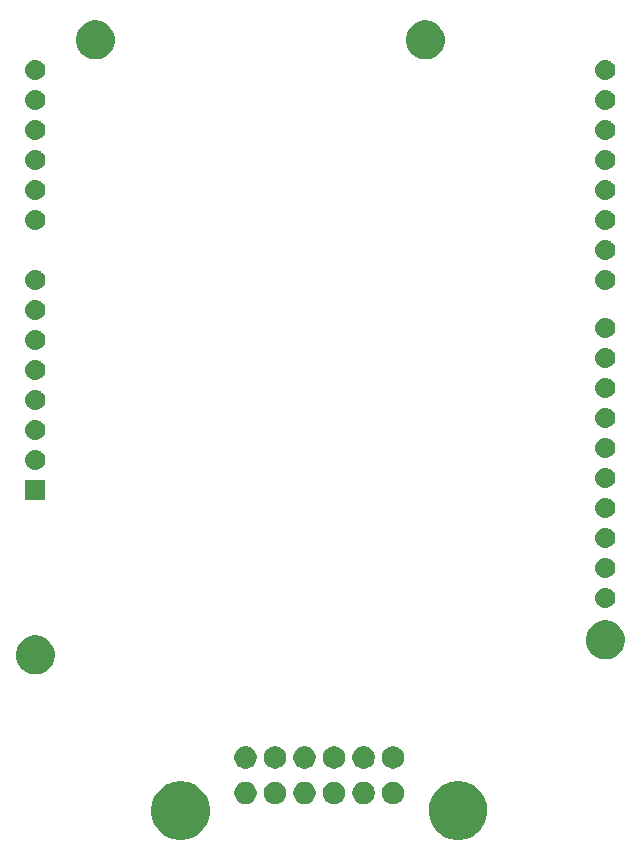
<source format=gbr>
G04 #@! TF.GenerationSoftware,KiCad,Pcbnew,(5.1.2)-2*
G04 #@! TF.CreationDate,2020-03-09T10:51:38+01:00*
G04 #@! TF.ProjectId,Extension_PCB,45787465-6e73-4696-9f6e-5f5043422e6b,rev?*
G04 #@! TF.SameCoordinates,Original*
G04 #@! TF.FileFunction,Soldermask,Bot*
G04 #@! TF.FilePolarity,Negative*
%FSLAX46Y46*%
G04 Gerber Fmt 4.6, Leading zero omitted, Abs format (unit mm)*
G04 Created by KiCad (PCBNEW (5.1.2)-2) date 2020-03-09 10:51:38*
%MOMM*%
%LPD*%
G04 APERTURE LIST*
%ADD10C,0.100000*%
G04 APERTURE END LIST*
D10*
G36*
X184983623Y-137549000D02*
G01*
X185275869Y-137607131D01*
X185396830Y-137657235D01*
X185648089Y-137761310D01*
X185728747Y-137794720D01*
X185831332Y-137863265D01*
X186136326Y-138067055D01*
X186482945Y-138413674D01*
X186603212Y-138593667D01*
X186755280Y-138821253D01*
X186942869Y-139274131D01*
X186970781Y-139414454D01*
X187038500Y-139754903D01*
X187038500Y-140245097D01*
X186942869Y-140725868D01*
X186755281Y-141178745D01*
X186482945Y-141586326D01*
X186136326Y-141932945D01*
X185831332Y-142136734D01*
X185728747Y-142205280D01*
X185275869Y-142392869D01*
X185035482Y-142440685D01*
X184795097Y-142488500D01*
X184304903Y-142488500D01*
X184064518Y-142440685D01*
X183824131Y-142392869D01*
X183371253Y-142205280D01*
X183268668Y-142136735D01*
X182963674Y-141932945D01*
X182617055Y-141586326D01*
X182344719Y-141178745D01*
X182157131Y-140725868D01*
X182061500Y-140245097D01*
X182061500Y-139754903D01*
X182129219Y-139414454D01*
X182157131Y-139274131D01*
X182344720Y-138821253D01*
X182496788Y-138593667D01*
X182617055Y-138413674D01*
X182963674Y-138067055D01*
X183268668Y-137863265D01*
X183371253Y-137794720D01*
X183451912Y-137761310D01*
X183703170Y-137657235D01*
X183824131Y-137607131D01*
X184116377Y-137549000D01*
X184304903Y-137511500D01*
X184795097Y-137511500D01*
X184983623Y-137549000D01*
X184983623Y-137549000D01*
G37*
G36*
X161483623Y-137549000D02*
G01*
X161775869Y-137607131D01*
X161896830Y-137657235D01*
X162148089Y-137761310D01*
X162228747Y-137794720D01*
X162331332Y-137863265D01*
X162636326Y-138067055D01*
X162982945Y-138413674D01*
X163103212Y-138593667D01*
X163255280Y-138821253D01*
X163442869Y-139274131D01*
X163470781Y-139414454D01*
X163538500Y-139754903D01*
X163538500Y-140245097D01*
X163442869Y-140725868D01*
X163255281Y-141178745D01*
X162982945Y-141586326D01*
X162636326Y-141932945D01*
X162331332Y-142136734D01*
X162228747Y-142205280D01*
X161775869Y-142392869D01*
X161535482Y-142440685D01*
X161295097Y-142488500D01*
X160804903Y-142488500D01*
X160564518Y-142440685D01*
X160324131Y-142392869D01*
X159871253Y-142205280D01*
X159768668Y-142136735D01*
X159463674Y-141932945D01*
X159117055Y-141586326D01*
X158844719Y-141178745D01*
X158657131Y-140725868D01*
X158561500Y-140245097D01*
X158561500Y-139754903D01*
X158629219Y-139414454D01*
X158657131Y-139274131D01*
X158844720Y-138821253D01*
X158996788Y-138593667D01*
X159117055Y-138413674D01*
X159463674Y-138067055D01*
X159768668Y-137863265D01*
X159871253Y-137794720D01*
X159951912Y-137761310D01*
X160203170Y-137657235D01*
X160324131Y-137607131D01*
X160616377Y-137549000D01*
X160804903Y-137511500D01*
X161295097Y-137511500D01*
X161483623Y-137549000D01*
X161483623Y-137549000D01*
G37*
G36*
X179327395Y-137585546D02*
G01*
X179500466Y-137657234D01*
X179500467Y-137657235D01*
X179656227Y-137761310D01*
X179788690Y-137893773D01*
X179788691Y-137893775D01*
X179892766Y-138049534D01*
X179964454Y-138222605D01*
X180001000Y-138406333D01*
X180001000Y-138593667D01*
X179964454Y-138777395D01*
X179892766Y-138950466D01*
X179892765Y-138950467D01*
X179788690Y-139106227D01*
X179656227Y-139238690D01*
X179603184Y-139274132D01*
X179500466Y-139342766D01*
X179327395Y-139414454D01*
X179143667Y-139451000D01*
X178956333Y-139451000D01*
X178772605Y-139414454D01*
X178599534Y-139342766D01*
X178496816Y-139274132D01*
X178443773Y-139238690D01*
X178311310Y-139106227D01*
X178207235Y-138950467D01*
X178207234Y-138950466D01*
X178135546Y-138777395D01*
X178099000Y-138593667D01*
X178099000Y-138406333D01*
X178135546Y-138222605D01*
X178207234Y-138049534D01*
X178311309Y-137893775D01*
X178311310Y-137893773D01*
X178443773Y-137761310D01*
X178599533Y-137657235D01*
X178599534Y-137657234D01*
X178772605Y-137585546D01*
X178956333Y-137549000D01*
X179143667Y-137549000D01*
X179327395Y-137585546D01*
X179327395Y-137585546D01*
G37*
G36*
X176827395Y-137585546D02*
G01*
X177000466Y-137657234D01*
X177000467Y-137657235D01*
X177156227Y-137761310D01*
X177288690Y-137893773D01*
X177288691Y-137893775D01*
X177392766Y-138049534D01*
X177464454Y-138222605D01*
X177501000Y-138406333D01*
X177501000Y-138593667D01*
X177464454Y-138777395D01*
X177392766Y-138950466D01*
X177392765Y-138950467D01*
X177288690Y-139106227D01*
X177156227Y-139238690D01*
X177103184Y-139274132D01*
X177000466Y-139342766D01*
X176827395Y-139414454D01*
X176643667Y-139451000D01*
X176456333Y-139451000D01*
X176272605Y-139414454D01*
X176099534Y-139342766D01*
X175996816Y-139274132D01*
X175943773Y-139238690D01*
X175811310Y-139106227D01*
X175707235Y-138950467D01*
X175707234Y-138950466D01*
X175635546Y-138777395D01*
X175599000Y-138593667D01*
X175599000Y-138406333D01*
X175635546Y-138222605D01*
X175707234Y-138049534D01*
X175811309Y-137893775D01*
X175811310Y-137893773D01*
X175943773Y-137761310D01*
X176099533Y-137657235D01*
X176099534Y-137657234D01*
X176272605Y-137585546D01*
X176456333Y-137549000D01*
X176643667Y-137549000D01*
X176827395Y-137585546D01*
X176827395Y-137585546D01*
G37*
G36*
X174327395Y-137585546D02*
G01*
X174500466Y-137657234D01*
X174500467Y-137657235D01*
X174656227Y-137761310D01*
X174788690Y-137893773D01*
X174788691Y-137893775D01*
X174892766Y-138049534D01*
X174964454Y-138222605D01*
X175001000Y-138406333D01*
X175001000Y-138593667D01*
X174964454Y-138777395D01*
X174892766Y-138950466D01*
X174892765Y-138950467D01*
X174788690Y-139106227D01*
X174656227Y-139238690D01*
X174603184Y-139274132D01*
X174500466Y-139342766D01*
X174327395Y-139414454D01*
X174143667Y-139451000D01*
X173956333Y-139451000D01*
X173772605Y-139414454D01*
X173599534Y-139342766D01*
X173496816Y-139274132D01*
X173443773Y-139238690D01*
X173311310Y-139106227D01*
X173207235Y-138950467D01*
X173207234Y-138950466D01*
X173135546Y-138777395D01*
X173099000Y-138593667D01*
X173099000Y-138406333D01*
X173135546Y-138222605D01*
X173207234Y-138049534D01*
X173311309Y-137893775D01*
X173311310Y-137893773D01*
X173443773Y-137761310D01*
X173599533Y-137657235D01*
X173599534Y-137657234D01*
X173772605Y-137585546D01*
X173956333Y-137549000D01*
X174143667Y-137549000D01*
X174327395Y-137585546D01*
X174327395Y-137585546D01*
G37*
G36*
X169327395Y-137585546D02*
G01*
X169500466Y-137657234D01*
X169500467Y-137657235D01*
X169656227Y-137761310D01*
X169788690Y-137893773D01*
X169788691Y-137893775D01*
X169892766Y-138049534D01*
X169964454Y-138222605D01*
X170001000Y-138406333D01*
X170001000Y-138593667D01*
X169964454Y-138777395D01*
X169892766Y-138950466D01*
X169892765Y-138950467D01*
X169788690Y-139106227D01*
X169656227Y-139238690D01*
X169603184Y-139274132D01*
X169500466Y-139342766D01*
X169327395Y-139414454D01*
X169143667Y-139451000D01*
X168956333Y-139451000D01*
X168772605Y-139414454D01*
X168599534Y-139342766D01*
X168496816Y-139274132D01*
X168443773Y-139238690D01*
X168311310Y-139106227D01*
X168207235Y-138950467D01*
X168207234Y-138950466D01*
X168135546Y-138777395D01*
X168099000Y-138593667D01*
X168099000Y-138406333D01*
X168135546Y-138222605D01*
X168207234Y-138049534D01*
X168311309Y-137893775D01*
X168311310Y-137893773D01*
X168443773Y-137761310D01*
X168599533Y-137657235D01*
X168599534Y-137657234D01*
X168772605Y-137585546D01*
X168956333Y-137549000D01*
X169143667Y-137549000D01*
X169327395Y-137585546D01*
X169327395Y-137585546D01*
G37*
G36*
X166827395Y-137585546D02*
G01*
X167000466Y-137657234D01*
X167000467Y-137657235D01*
X167156227Y-137761310D01*
X167288690Y-137893773D01*
X167288691Y-137893775D01*
X167392766Y-138049534D01*
X167464454Y-138222605D01*
X167501000Y-138406333D01*
X167501000Y-138593667D01*
X167464454Y-138777395D01*
X167392766Y-138950466D01*
X167392765Y-138950467D01*
X167288690Y-139106227D01*
X167156227Y-139238690D01*
X167103184Y-139274132D01*
X167000466Y-139342766D01*
X166827395Y-139414454D01*
X166643667Y-139451000D01*
X166456333Y-139451000D01*
X166272605Y-139414454D01*
X166099534Y-139342766D01*
X165996816Y-139274132D01*
X165943773Y-139238690D01*
X165811310Y-139106227D01*
X165707235Y-138950467D01*
X165707234Y-138950466D01*
X165635546Y-138777395D01*
X165599000Y-138593667D01*
X165599000Y-138406333D01*
X165635546Y-138222605D01*
X165707234Y-138049534D01*
X165811309Y-137893775D01*
X165811310Y-137893773D01*
X165943773Y-137761310D01*
X166099533Y-137657235D01*
X166099534Y-137657234D01*
X166272605Y-137585546D01*
X166456333Y-137549000D01*
X166643667Y-137549000D01*
X166827395Y-137585546D01*
X166827395Y-137585546D01*
G37*
G36*
X171827395Y-137585546D02*
G01*
X172000466Y-137657234D01*
X172000467Y-137657235D01*
X172156227Y-137761310D01*
X172288690Y-137893773D01*
X172288691Y-137893775D01*
X172392766Y-138049534D01*
X172464454Y-138222605D01*
X172501000Y-138406333D01*
X172501000Y-138593667D01*
X172464454Y-138777395D01*
X172392766Y-138950466D01*
X172392765Y-138950467D01*
X172288690Y-139106227D01*
X172156227Y-139238690D01*
X172103184Y-139274132D01*
X172000466Y-139342766D01*
X171827395Y-139414454D01*
X171643667Y-139451000D01*
X171456333Y-139451000D01*
X171272605Y-139414454D01*
X171099534Y-139342766D01*
X170996816Y-139274132D01*
X170943773Y-139238690D01*
X170811310Y-139106227D01*
X170707235Y-138950467D01*
X170707234Y-138950466D01*
X170635546Y-138777395D01*
X170599000Y-138593667D01*
X170599000Y-138406333D01*
X170635546Y-138222605D01*
X170707234Y-138049534D01*
X170811309Y-137893775D01*
X170811310Y-137893773D01*
X170943773Y-137761310D01*
X171099533Y-137657235D01*
X171099534Y-137657234D01*
X171272605Y-137585546D01*
X171456333Y-137549000D01*
X171643667Y-137549000D01*
X171827395Y-137585546D01*
X171827395Y-137585546D01*
G37*
G36*
X166827395Y-134585546D02*
G01*
X167000466Y-134657234D01*
X167000467Y-134657235D01*
X167156227Y-134761310D01*
X167288690Y-134893773D01*
X167288691Y-134893775D01*
X167392766Y-135049534D01*
X167464454Y-135222605D01*
X167501000Y-135406333D01*
X167501000Y-135593667D01*
X167464454Y-135777395D01*
X167392766Y-135950466D01*
X167392765Y-135950467D01*
X167288690Y-136106227D01*
X167156227Y-136238690D01*
X167077818Y-136291081D01*
X167000466Y-136342766D01*
X166827395Y-136414454D01*
X166643667Y-136451000D01*
X166456333Y-136451000D01*
X166272605Y-136414454D01*
X166099534Y-136342766D01*
X166022182Y-136291081D01*
X165943773Y-136238690D01*
X165811310Y-136106227D01*
X165707235Y-135950467D01*
X165707234Y-135950466D01*
X165635546Y-135777395D01*
X165599000Y-135593667D01*
X165599000Y-135406333D01*
X165635546Y-135222605D01*
X165707234Y-135049534D01*
X165811309Y-134893775D01*
X165811310Y-134893773D01*
X165943773Y-134761310D01*
X166099533Y-134657235D01*
X166099534Y-134657234D01*
X166272605Y-134585546D01*
X166456333Y-134549000D01*
X166643667Y-134549000D01*
X166827395Y-134585546D01*
X166827395Y-134585546D01*
G37*
G36*
X169327395Y-134585546D02*
G01*
X169500466Y-134657234D01*
X169500467Y-134657235D01*
X169656227Y-134761310D01*
X169788690Y-134893773D01*
X169788691Y-134893775D01*
X169892766Y-135049534D01*
X169964454Y-135222605D01*
X170001000Y-135406333D01*
X170001000Y-135593667D01*
X169964454Y-135777395D01*
X169892766Y-135950466D01*
X169892765Y-135950467D01*
X169788690Y-136106227D01*
X169656227Y-136238690D01*
X169577818Y-136291081D01*
X169500466Y-136342766D01*
X169327395Y-136414454D01*
X169143667Y-136451000D01*
X168956333Y-136451000D01*
X168772605Y-136414454D01*
X168599534Y-136342766D01*
X168522182Y-136291081D01*
X168443773Y-136238690D01*
X168311310Y-136106227D01*
X168207235Y-135950467D01*
X168207234Y-135950466D01*
X168135546Y-135777395D01*
X168099000Y-135593667D01*
X168099000Y-135406333D01*
X168135546Y-135222605D01*
X168207234Y-135049534D01*
X168311309Y-134893775D01*
X168311310Y-134893773D01*
X168443773Y-134761310D01*
X168599533Y-134657235D01*
X168599534Y-134657234D01*
X168772605Y-134585546D01*
X168956333Y-134549000D01*
X169143667Y-134549000D01*
X169327395Y-134585546D01*
X169327395Y-134585546D01*
G37*
G36*
X171827395Y-134585546D02*
G01*
X172000466Y-134657234D01*
X172000467Y-134657235D01*
X172156227Y-134761310D01*
X172288690Y-134893773D01*
X172288691Y-134893775D01*
X172392766Y-135049534D01*
X172464454Y-135222605D01*
X172501000Y-135406333D01*
X172501000Y-135593667D01*
X172464454Y-135777395D01*
X172392766Y-135950466D01*
X172392765Y-135950467D01*
X172288690Y-136106227D01*
X172156227Y-136238690D01*
X172077818Y-136291081D01*
X172000466Y-136342766D01*
X171827395Y-136414454D01*
X171643667Y-136451000D01*
X171456333Y-136451000D01*
X171272605Y-136414454D01*
X171099534Y-136342766D01*
X171022182Y-136291081D01*
X170943773Y-136238690D01*
X170811310Y-136106227D01*
X170707235Y-135950467D01*
X170707234Y-135950466D01*
X170635546Y-135777395D01*
X170599000Y-135593667D01*
X170599000Y-135406333D01*
X170635546Y-135222605D01*
X170707234Y-135049534D01*
X170811309Y-134893775D01*
X170811310Y-134893773D01*
X170943773Y-134761310D01*
X171099533Y-134657235D01*
X171099534Y-134657234D01*
X171272605Y-134585546D01*
X171456333Y-134549000D01*
X171643667Y-134549000D01*
X171827395Y-134585546D01*
X171827395Y-134585546D01*
G37*
G36*
X174327395Y-134585546D02*
G01*
X174500466Y-134657234D01*
X174500467Y-134657235D01*
X174656227Y-134761310D01*
X174788690Y-134893773D01*
X174788691Y-134893775D01*
X174892766Y-135049534D01*
X174964454Y-135222605D01*
X175001000Y-135406333D01*
X175001000Y-135593667D01*
X174964454Y-135777395D01*
X174892766Y-135950466D01*
X174892765Y-135950467D01*
X174788690Y-136106227D01*
X174656227Y-136238690D01*
X174577818Y-136291081D01*
X174500466Y-136342766D01*
X174327395Y-136414454D01*
X174143667Y-136451000D01*
X173956333Y-136451000D01*
X173772605Y-136414454D01*
X173599534Y-136342766D01*
X173522182Y-136291081D01*
X173443773Y-136238690D01*
X173311310Y-136106227D01*
X173207235Y-135950467D01*
X173207234Y-135950466D01*
X173135546Y-135777395D01*
X173099000Y-135593667D01*
X173099000Y-135406333D01*
X173135546Y-135222605D01*
X173207234Y-135049534D01*
X173311309Y-134893775D01*
X173311310Y-134893773D01*
X173443773Y-134761310D01*
X173599533Y-134657235D01*
X173599534Y-134657234D01*
X173772605Y-134585546D01*
X173956333Y-134549000D01*
X174143667Y-134549000D01*
X174327395Y-134585546D01*
X174327395Y-134585546D01*
G37*
G36*
X176827395Y-134585546D02*
G01*
X177000466Y-134657234D01*
X177000467Y-134657235D01*
X177156227Y-134761310D01*
X177288690Y-134893773D01*
X177288691Y-134893775D01*
X177392766Y-135049534D01*
X177464454Y-135222605D01*
X177501000Y-135406333D01*
X177501000Y-135593667D01*
X177464454Y-135777395D01*
X177392766Y-135950466D01*
X177392765Y-135950467D01*
X177288690Y-136106227D01*
X177156227Y-136238690D01*
X177077818Y-136291081D01*
X177000466Y-136342766D01*
X176827395Y-136414454D01*
X176643667Y-136451000D01*
X176456333Y-136451000D01*
X176272605Y-136414454D01*
X176099534Y-136342766D01*
X176022182Y-136291081D01*
X175943773Y-136238690D01*
X175811310Y-136106227D01*
X175707235Y-135950467D01*
X175707234Y-135950466D01*
X175635546Y-135777395D01*
X175599000Y-135593667D01*
X175599000Y-135406333D01*
X175635546Y-135222605D01*
X175707234Y-135049534D01*
X175811309Y-134893775D01*
X175811310Y-134893773D01*
X175943773Y-134761310D01*
X176099533Y-134657235D01*
X176099534Y-134657234D01*
X176272605Y-134585546D01*
X176456333Y-134549000D01*
X176643667Y-134549000D01*
X176827395Y-134585546D01*
X176827395Y-134585546D01*
G37*
G36*
X179327395Y-134585546D02*
G01*
X179500466Y-134657234D01*
X179500467Y-134657235D01*
X179656227Y-134761310D01*
X179788690Y-134893773D01*
X179788691Y-134893775D01*
X179892766Y-135049534D01*
X179964454Y-135222605D01*
X180001000Y-135406333D01*
X180001000Y-135593667D01*
X179964454Y-135777395D01*
X179892766Y-135950466D01*
X179892765Y-135950467D01*
X179788690Y-136106227D01*
X179656227Y-136238690D01*
X179577818Y-136291081D01*
X179500466Y-136342766D01*
X179327395Y-136414454D01*
X179143667Y-136451000D01*
X178956333Y-136451000D01*
X178772605Y-136414454D01*
X178599534Y-136342766D01*
X178522182Y-136291081D01*
X178443773Y-136238690D01*
X178311310Y-136106227D01*
X178207235Y-135950467D01*
X178207234Y-135950466D01*
X178135546Y-135777395D01*
X178099000Y-135593667D01*
X178099000Y-135406333D01*
X178135546Y-135222605D01*
X178207234Y-135049534D01*
X178311309Y-134893775D01*
X178311310Y-134893773D01*
X178443773Y-134761310D01*
X178599533Y-134657235D01*
X178599534Y-134657234D01*
X178772605Y-134585546D01*
X178956333Y-134549000D01*
X179143667Y-134549000D01*
X179327395Y-134585546D01*
X179327395Y-134585546D01*
G37*
G36*
X149135436Y-125221118D02*
G01*
X149241759Y-125242267D01*
X149542222Y-125366723D01*
X149812631Y-125547405D01*
X150042595Y-125777369D01*
X150223277Y-126047778D01*
X150345091Y-126341862D01*
X150347733Y-126348242D01*
X150411180Y-126667209D01*
X150411180Y-126992431D01*
X150380360Y-127147373D01*
X150347733Y-127311399D01*
X150223277Y-127611862D01*
X150042595Y-127882271D01*
X149812631Y-128112235D01*
X149542222Y-128292917D01*
X149241759Y-128417373D01*
X149135436Y-128438522D01*
X148922791Y-128480820D01*
X148597569Y-128480820D01*
X148384924Y-128438522D01*
X148278601Y-128417373D01*
X147978138Y-128292917D01*
X147707729Y-128112235D01*
X147477765Y-127882271D01*
X147297083Y-127611862D01*
X147172627Y-127311399D01*
X147140000Y-127147373D01*
X147109180Y-126992431D01*
X147109180Y-126667209D01*
X147172627Y-126348242D01*
X147175270Y-126341862D01*
X147297083Y-126047778D01*
X147477765Y-125777369D01*
X147707729Y-125547405D01*
X147978138Y-125366723D01*
X148278601Y-125242267D01*
X148384924Y-125221118D01*
X148597569Y-125178820D01*
X148922791Y-125178820D01*
X149135436Y-125221118D01*
X149135436Y-125221118D01*
G37*
G36*
X197395436Y-123951118D02*
G01*
X197501759Y-123972267D01*
X197802222Y-124096723D01*
X198072631Y-124277405D01*
X198302595Y-124507369D01*
X198302596Y-124507371D01*
X198483278Y-124777780D01*
X198607733Y-125078242D01*
X198671180Y-125397209D01*
X198671180Y-125722431D01*
X198628882Y-125935076D01*
X198607733Y-126041399D01*
X198483277Y-126341862D01*
X198302595Y-126612271D01*
X198072631Y-126842235D01*
X197802222Y-127022917D01*
X197501759Y-127147373D01*
X197395436Y-127168522D01*
X197182791Y-127210820D01*
X196857569Y-127210820D01*
X196644924Y-127168522D01*
X196538601Y-127147373D01*
X196238138Y-127022917D01*
X195967729Y-126842235D01*
X195737765Y-126612271D01*
X195557083Y-126341862D01*
X195432627Y-126041399D01*
X195411478Y-125935076D01*
X195369180Y-125722431D01*
X195369180Y-125397209D01*
X195432627Y-125078242D01*
X195557082Y-124777780D01*
X195737764Y-124507371D01*
X195737765Y-124507369D01*
X195967729Y-124277405D01*
X196238138Y-124096723D01*
X196538601Y-123972267D01*
X196644924Y-123951118D01*
X196857569Y-123908820D01*
X197182791Y-123908820D01*
X197395436Y-123951118D01*
X197395436Y-123951118D01*
G37*
G36*
X197187003Y-121161133D02*
G01*
X197347422Y-121209796D01*
X197480086Y-121280706D01*
X197495258Y-121288816D01*
X197624839Y-121395161D01*
X197731184Y-121524742D01*
X197731185Y-121524744D01*
X197810204Y-121672578D01*
X197858867Y-121832997D01*
X197875297Y-121999820D01*
X197858867Y-122166643D01*
X197810204Y-122327062D01*
X197739294Y-122459726D01*
X197731184Y-122474898D01*
X197624839Y-122604479D01*
X197495258Y-122710824D01*
X197495256Y-122710825D01*
X197347422Y-122789844D01*
X197187003Y-122838507D01*
X197061984Y-122850820D01*
X196978376Y-122850820D01*
X196853357Y-122838507D01*
X196692938Y-122789844D01*
X196545104Y-122710825D01*
X196545102Y-122710824D01*
X196415521Y-122604479D01*
X196309176Y-122474898D01*
X196301066Y-122459726D01*
X196230156Y-122327062D01*
X196181493Y-122166643D01*
X196165063Y-121999820D01*
X196181493Y-121832997D01*
X196230156Y-121672578D01*
X196309175Y-121524744D01*
X196309176Y-121524742D01*
X196415521Y-121395161D01*
X196545102Y-121288816D01*
X196560274Y-121280706D01*
X196692938Y-121209796D01*
X196853357Y-121161133D01*
X196978376Y-121148820D01*
X197061984Y-121148820D01*
X197187003Y-121161133D01*
X197187003Y-121161133D01*
G37*
G36*
X197187003Y-118621133D02*
G01*
X197347422Y-118669796D01*
X197480086Y-118740706D01*
X197495258Y-118748816D01*
X197624839Y-118855161D01*
X197731184Y-118984742D01*
X197731185Y-118984744D01*
X197810204Y-119132578D01*
X197858867Y-119292997D01*
X197875297Y-119459820D01*
X197858867Y-119626643D01*
X197810204Y-119787062D01*
X197739294Y-119919726D01*
X197731184Y-119934898D01*
X197624839Y-120064479D01*
X197495258Y-120170824D01*
X197495256Y-120170825D01*
X197347422Y-120249844D01*
X197187003Y-120298507D01*
X197061984Y-120310820D01*
X196978376Y-120310820D01*
X196853357Y-120298507D01*
X196692938Y-120249844D01*
X196545104Y-120170825D01*
X196545102Y-120170824D01*
X196415521Y-120064479D01*
X196309176Y-119934898D01*
X196301066Y-119919726D01*
X196230156Y-119787062D01*
X196181493Y-119626643D01*
X196165063Y-119459820D01*
X196181493Y-119292997D01*
X196230156Y-119132578D01*
X196309175Y-118984744D01*
X196309176Y-118984742D01*
X196415521Y-118855161D01*
X196545102Y-118748816D01*
X196560274Y-118740706D01*
X196692938Y-118669796D01*
X196853357Y-118621133D01*
X196978376Y-118608820D01*
X197061984Y-118608820D01*
X197187003Y-118621133D01*
X197187003Y-118621133D01*
G37*
G36*
X197187003Y-116081133D02*
G01*
X197347422Y-116129796D01*
X197480086Y-116200706D01*
X197495258Y-116208816D01*
X197624839Y-116315161D01*
X197731184Y-116444742D01*
X197731185Y-116444744D01*
X197810204Y-116592578D01*
X197858867Y-116752997D01*
X197875297Y-116919820D01*
X197858867Y-117086643D01*
X197810204Y-117247062D01*
X197739294Y-117379726D01*
X197731184Y-117394898D01*
X197624839Y-117524479D01*
X197495258Y-117630824D01*
X197495256Y-117630825D01*
X197347422Y-117709844D01*
X197187003Y-117758507D01*
X197061984Y-117770820D01*
X196978376Y-117770820D01*
X196853357Y-117758507D01*
X196692938Y-117709844D01*
X196545104Y-117630825D01*
X196545102Y-117630824D01*
X196415521Y-117524479D01*
X196309176Y-117394898D01*
X196301066Y-117379726D01*
X196230156Y-117247062D01*
X196181493Y-117086643D01*
X196165063Y-116919820D01*
X196181493Y-116752997D01*
X196230156Y-116592578D01*
X196309175Y-116444744D01*
X196309176Y-116444742D01*
X196415521Y-116315161D01*
X196545102Y-116208816D01*
X196560274Y-116200706D01*
X196692938Y-116129796D01*
X196853357Y-116081133D01*
X196978376Y-116068820D01*
X197061984Y-116068820D01*
X197187003Y-116081133D01*
X197187003Y-116081133D01*
G37*
G36*
X197187003Y-113541133D02*
G01*
X197347422Y-113589796D01*
X197480086Y-113660706D01*
X197495258Y-113668816D01*
X197624839Y-113775161D01*
X197731184Y-113904742D01*
X197731185Y-113904744D01*
X197810204Y-114052578D01*
X197858867Y-114212997D01*
X197875297Y-114379820D01*
X197858867Y-114546643D01*
X197810204Y-114707062D01*
X197739294Y-114839726D01*
X197731184Y-114854898D01*
X197624839Y-114984479D01*
X197495258Y-115090824D01*
X197495256Y-115090825D01*
X197347422Y-115169844D01*
X197187003Y-115218507D01*
X197061984Y-115230820D01*
X196978376Y-115230820D01*
X196853357Y-115218507D01*
X196692938Y-115169844D01*
X196545104Y-115090825D01*
X196545102Y-115090824D01*
X196415521Y-114984479D01*
X196309176Y-114854898D01*
X196301066Y-114839726D01*
X196230156Y-114707062D01*
X196181493Y-114546643D01*
X196165063Y-114379820D01*
X196181493Y-114212997D01*
X196230156Y-114052578D01*
X196309175Y-113904744D01*
X196309176Y-113904742D01*
X196415521Y-113775161D01*
X196545102Y-113668816D01*
X196560274Y-113660706D01*
X196692938Y-113589796D01*
X196853357Y-113541133D01*
X196978376Y-113528820D01*
X197061984Y-113528820D01*
X197187003Y-113541133D01*
X197187003Y-113541133D01*
G37*
G36*
X149611180Y-113710820D02*
G01*
X147909180Y-113710820D01*
X147909180Y-112008820D01*
X149611180Y-112008820D01*
X149611180Y-113710820D01*
X149611180Y-113710820D01*
G37*
G36*
X197187003Y-111001133D02*
G01*
X197347422Y-111049796D01*
X197480086Y-111120706D01*
X197495258Y-111128816D01*
X197624839Y-111235161D01*
X197731184Y-111364742D01*
X197731185Y-111364744D01*
X197810204Y-111512578D01*
X197858867Y-111672997D01*
X197875297Y-111839820D01*
X197858867Y-112006643D01*
X197810204Y-112167062D01*
X197739294Y-112299726D01*
X197731184Y-112314898D01*
X197624839Y-112444479D01*
X197495258Y-112550824D01*
X197495256Y-112550825D01*
X197347422Y-112629844D01*
X197187003Y-112678507D01*
X197061984Y-112690820D01*
X196978376Y-112690820D01*
X196853357Y-112678507D01*
X196692938Y-112629844D01*
X196545104Y-112550825D01*
X196545102Y-112550824D01*
X196415521Y-112444479D01*
X196309176Y-112314898D01*
X196301066Y-112299726D01*
X196230156Y-112167062D01*
X196181493Y-112006643D01*
X196165063Y-111839820D01*
X196181493Y-111672997D01*
X196230156Y-111512578D01*
X196309175Y-111364744D01*
X196309176Y-111364742D01*
X196415521Y-111235161D01*
X196545102Y-111128816D01*
X196560274Y-111120706D01*
X196692938Y-111049796D01*
X196853357Y-111001133D01*
X196978376Y-110988820D01*
X197061984Y-110988820D01*
X197187003Y-111001133D01*
X197187003Y-111001133D01*
G37*
G36*
X148927003Y-109481133D02*
G01*
X149087422Y-109529796D01*
X149220086Y-109600706D01*
X149235258Y-109608816D01*
X149364839Y-109715161D01*
X149471184Y-109844742D01*
X149471185Y-109844744D01*
X149550204Y-109992578D01*
X149598867Y-110152997D01*
X149615297Y-110319820D01*
X149598867Y-110486643D01*
X149550204Y-110647062D01*
X149479294Y-110779726D01*
X149471184Y-110794898D01*
X149364839Y-110924479D01*
X149235258Y-111030824D01*
X149235256Y-111030825D01*
X149087422Y-111109844D01*
X148927003Y-111158507D01*
X148801984Y-111170820D01*
X148718376Y-111170820D01*
X148593357Y-111158507D01*
X148432938Y-111109844D01*
X148285104Y-111030825D01*
X148285102Y-111030824D01*
X148155521Y-110924479D01*
X148049176Y-110794898D01*
X148041066Y-110779726D01*
X147970156Y-110647062D01*
X147921493Y-110486643D01*
X147905063Y-110319820D01*
X147921493Y-110152997D01*
X147970156Y-109992578D01*
X148049175Y-109844744D01*
X148049176Y-109844742D01*
X148155521Y-109715161D01*
X148285102Y-109608816D01*
X148300274Y-109600706D01*
X148432938Y-109529796D01*
X148593357Y-109481133D01*
X148718376Y-109468820D01*
X148801984Y-109468820D01*
X148927003Y-109481133D01*
X148927003Y-109481133D01*
G37*
G36*
X197187003Y-108461133D02*
G01*
X197347422Y-108509796D01*
X197480086Y-108580706D01*
X197495258Y-108588816D01*
X197624839Y-108695161D01*
X197731184Y-108824742D01*
X197731185Y-108824744D01*
X197810204Y-108972578D01*
X197858867Y-109132997D01*
X197875297Y-109299820D01*
X197858867Y-109466643D01*
X197810204Y-109627062D01*
X197763114Y-109715161D01*
X197731184Y-109774898D01*
X197624839Y-109904479D01*
X197495258Y-110010824D01*
X197495256Y-110010825D01*
X197347422Y-110089844D01*
X197187003Y-110138507D01*
X197061984Y-110150820D01*
X196978376Y-110150820D01*
X196853357Y-110138507D01*
X196692938Y-110089844D01*
X196545104Y-110010825D01*
X196545102Y-110010824D01*
X196415521Y-109904479D01*
X196309176Y-109774898D01*
X196277246Y-109715161D01*
X196230156Y-109627062D01*
X196181493Y-109466643D01*
X196165063Y-109299820D01*
X196181493Y-109132997D01*
X196230156Y-108972578D01*
X196309175Y-108824744D01*
X196309176Y-108824742D01*
X196415521Y-108695161D01*
X196545102Y-108588816D01*
X196560274Y-108580706D01*
X196692938Y-108509796D01*
X196853357Y-108461133D01*
X196978376Y-108448820D01*
X197061984Y-108448820D01*
X197187003Y-108461133D01*
X197187003Y-108461133D01*
G37*
G36*
X148927003Y-106941133D02*
G01*
X149087422Y-106989796D01*
X149220086Y-107060706D01*
X149235258Y-107068816D01*
X149364839Y-107175161D01*
X149471184Y-107304742D01*
X149471185Y-107304744D01*
X149550204Y-107452578D01*
X149598867Y-107612997D01*
X149615297Y-107779820D01*
X149598867Y-107946643D01*
X149550204Y-108107062D01*
X149479294Y-108239726D01*
X149471184Y-108254898D01*
X149364839Y-108384479D01*
X149235258Y-108490824D01*
X149235256Y-108490825D01*
X149087422Y-108569844D01*
X148927003Y-108618507D01*
X148801984Y-108630820D01*
X148718376Y-108630820D01*
X148593357Y-108618507D01*
X148432938Y-108569844D01*
X148285104Y-108490825D01*
X148285102Y-108490824D01*
X148155521Y-108384479D01*
X148049176Y-108254898D01*
X148041066Y-108239726D01*
X147970156Y-108107062D01*
X147921493Y-107946643D01*
X147905063Y-107779820D01*
X147921493Y-107612997D01*
X147970156Y-107452578D01*
X148049175Y-107304744D01*
X148049176Y-107304742D01*
X148155521Y-107175161D01*
X148285102Y-107068816D01*
X148300274Y-107060706D01*
X148432938Y-106989796D01*
X148593357Y-106941133D01*
X148718376Y-106928820D01*
X148801984Y-106928820D01*
X148927003Y-106941133D01*
X148927003Y-106941133D01*
G37*
G36*
X197187003Y-105921133D02*
G01*
X197347422Y-105969796D01*
X197480086Y-106040706D01*
X197495258Y-106048816D01*
X197624839Y-106155161D01*
X197731184Y-106284742D01*
X197731185Y-106284744D01*
X197810204Y-106432578D01*
X197858867Y-106592997D01*
X197875297Y-106759820D01*
X197858867Y-106926643D01*
X197810204Y-107087062D01*
X197763114Y-107175161D01*
X197731184Y-107234898D01*
X197624839Y-107364479D01*
X197495258Y-107470824D01*
X197495256Y-107470825D01*
X197347422Y-107549844D01*
X197187003Y-107598507D01*
X197061984Y-107610820D01*
X196978376Y-107610820D01*
X196853357Y-107598507D01*
X196692938Y-107549844D01*
X196545104Y-107470825D01*
X196545102Y-107470824D01*
X196415521Y-107364479D01*
X196309176Y-107234898D01*
X196277246Y-107175161D01*
X196230156Y-107087062D01*
X196181493Y-106926643D01*
X196165063Y-106759820D01*
X196181493Y-106592997D01*
X196230156Y-106432578D01*
X196309175Y-106284744D01*
X196309176Y-106284742D01*
X196415521Y-106155161D01*
X196545102Y-106048816D01*
X196560274Y-106040706D01*
X196692938Y-105969796D01*
X196853357Y-105921133D01*
X196978376Y-105908820D01*
X197061984Y-105908820D01*
X197187003Y-105921133D01*
X197187003Y-105921133D01*
G37*
G36*
X148927003Y-104401133D02*
G01*
X149087422Y-104449796D01*
X149220086Y-104520706D01*
X149235258Y-104528816D01*
X149364839Y-104635161D01*
X149471184Y-104764742D01*
X149471185Y-104764744D01*
X149550204Y-104912578D01*
X149598867Y-105072997D01*
X149615297Y-105239820D01*
X149598867Y-105406643D01*
X149550204Y-105567062D01*
X149479294Y-105699726D01*
X149471184Y-105714898D01*
X149364839Y-105844479D01*
X149235258Y-105950824D01*
X149235256Y-105950825D01*
X149087422Y-106029844D01*
X148927003Y-106078507D01*
X148801984Y-106090820D01*
X148718376Y-106090820D01*
X148593357Y-106078507D01*
X148432938Y-106029844D01*
X148285104Y-105950825D01*
X148285102Y-105950824D01*
X148155521Y-105844479D01*
X148049176Y-105714898D01*
X148041066Y-105699726D01*
X147970156Y-105567062D01*
X147921493Y-105406643D01*
X147905063Y-105239820D01*
X147921493Y-105072997D01*
X147970156Y-104912578D01*
X148049175Y-104764744D01*
X148049176Y-104764742D01*
X148155521Y-104635161D01*
X148285102Y-104528816D01*
X148300274Y-104520706D01*
X148432938Y-104449796D01*
X148593357Y-104401133D01*
X148718376Y-104388820D01*
X148801984Y-104388820D01*
X148927003Y-104401133D01*
X148927003Y-104401133D01*
G37*
G36*
X197187003Y-103381133D02*
G01*
X197347422Y-103429796D01*
X197480086Y-103500706D01*
X197495258Y-103508816D01*
X197624839Y-103615161D01*
X197731184Y-103744742D01*
X197731185Y-103744744D01*
X197810204Y-103892578D01*
X197858867Y-104052997D01*
X197875297Y-104219820D01*
X197858867Y-104386643D01*
X197810204Y-104547062D01*
X197763114Y-104635161D01*
X197731184Y-104694898D01*
X197624839Y-104824479D01*
X197495258Y-104930824D01*
X197495256Y-104930825D01*
X197347422Y-105009844D01*
X197187003Y-105058507D01*
X197061984Y-105070820D01*
X196978376Y-105070820D01*
X196853357Y-105058507D01*
X196692938Y-105009844D01*
X196545104Y-104930825D01*
X196545102Y-104930824D01*
X196415521Y-104824479D01*
X196309176Y-104694898D01*
X196277246Y-104635161D01*
X196230156Y-104547062D01*
X196181493Y-104386643D01*
X196165063Y-104219820D01*
X196181493Y-104052997D01*
X196230156Y-103892578D01*
X196309175Y-103744744D01*
X196309176Y-103744742D01*
X196415521Y-103615161D01*
X196545102Y-103508816D01*
X196560274Y-103500706D01*
X196692938Y-103429796D01*
X196853357Y-103381133D01*
X196978376Y-103368820D01*
X197061984Y-103368820D01*
X197187003Y-103381133D01*
X197187003Y-103381133D01*
G37*
G36*
X148927003Y-101861133D02*
G01*
X149087422Y-101909796D01*
X149220086Y-101980706D01*
X149235258Y-101988816D01*
X149364839Y-102095161D01*
X149471184Y-102224742D01*
X149471185Y-102224744D01*
X149550204Y-102372578D01*
X149598867Y-102532997D01*
X149615297Y-102699820D01*
X149598867Y-102866643D01*
X149550204Y-103027062D01*
X149479294Y-103159726D01*
X149471184Y-103174898D01*
X149364839Y-103304479D01*
X149235258Y-103410824D01*
X149235256Y-103410825D01*
X149087422Y-103489844D01*
X148927003Y-103538507D01*
X148801984Y-103550820D01*
X148718376Y-103550820D01*
X148593357Y-103538507D01*
X148432938Y-103489844D01*
X148285104Y-103410825D01*
X148285102Y-103410824D01*
X148155521Y-103304479D01*
X148049176Y-103174898D01*
X148041066Y-103159726D01*
X147970156Y-103027062D01*
X147921493Y-102866643D01*
X147905063Y-102699820D01*
X147921493Y-102532997D01*
X147970156Y-102372578D01*
X148049175Y-102224744D01*
X148049176Y-102224742D01*
X148155521Y-102095161D01*
X148285102Y-101988816D01*
X148300274Y-101980706D01*
X148432938Y-101909796D01*
X148593357Y-101861133D01*
X148718376Y-101848820D01*
X148801984Y-101848820D01*
X148927003Y-101861133D01*
X148927003Y-101861133D01*
G37*
G36*
X197187003Y-100841133D02*
G01*
X197347422Y-100889796D01*
X197480086Y-100960706D01*
X197495258Y-100968816D01*
X197624839Y-101075161D01*
X197731184Y-101204742D01*
X197731185Y-101204744D01*
X197810204Y-101352578D01*
X197858867Y-101512997D01*
X197875297Y-101679820D01*
X197858867Y-101846643D01*
X197810204Y-102007062D01*
X197763114Y-102095161D01*
X197731184Y-102154898D01*
X197624839Y-102284479D01*
X197495258Y-102390824D01*
X197495256Y-102390825D01*
X197347422Y-102469844D01*
X197187003Y-102518507D01*
X197061984Y-102530820D01*
X196978376Y-102530820D01*
X196853357Y-102518507D01*
X196692938Y-102469844D01*
X196545104Y-102390825D01*
X196545102Y-102390824D01*
X196415521Y-102284479D01*
X196309176Y-102154898D01*
X196277246Y-102095161D01*
X196230156Y-102007062D01*
X196181493Y-101846643D01*
X196165063Y-101679820D01*
X196181493Y-101512997D01*
X196230156Y-101352578D01*
X196309175Y-101204744D01*
X196309176Y-101204742D01*
X196415521Y-101075161D01*
X196545102Y-100968816D01*
X196560274Y-100960706D01*
X196692938Y-100889796D01*
X196853357Y-100841133D01*
X196978376Y-100828820D01*
X197061984Y-100828820D01*
X197187003Y-100841133D01*
X197187003Y-100841133D01*
G37*
G36*
X148927003Y-99321133D02*
G01*
X149087422Y-99369796D01*
X149220086Y-99440706D01*
X149235258Y-99448816D01*
X149364839Y-99555161D01*
X149471184Y-99684742D01*
X149471185Y-99684744D01*
X149550204Y-99832578D01*
X149598867Y-99992997D01*
X149615297Y-100159820D01*
X149598867Y-100326643D01*
X149550204Y-100487062D01*
X149479294Y-100619726D01*
X149471184Y-100634898D01*
X149364839Y-100764479D01*
X149235258Y-100870824D01*
X149235256Y-100870825D01*
X149087422Y-100949844D01*
X148927003Y-100998507D01*
X148801984Y-101010820D01*
X148718376Y-101010820D01*
X148593357Y-100998507D01*
X148432938Y-100949844D01*
X148285104Y-100870825D01*
X148285102Y-100870824D01*
X148155521Y-100764479D01*
X148049176Y-100634898D01*
X148041066Y-100619726D01*
X147970156Y-100487062D01*
X147921493Y-100326643D01*
X147905063Y-100159820D01*
X147921493Y-99992997D01*
X147970156Y-99832578D01*
X148049175Y-99684744D01*
X148049176Y-99684742D01*
X148155521Y-99555161D01*
X148285102Y-99448816D01*
X148300274Y-99440706D01*
X148432938Y-99369796D01*
X148593357Y-99321133D01*
X148718376Y-99308820D01*
X148801984Y-99308820D01*
X148927003Y-99321133D01*
X148927003Y-99321133D01*
G37*
G36*
X197187003Y-98301133D02*
G01*
X197347422Y-98349796D01*
X197480086Y-98420706D01*
X197495258Y-98428816D01*
X197624839Y-98535161D01*
X197731184Y-98664742D01*
X197731185Y-98664744D01*
X197810204Y-98812578D01*
X197858867Y-98972997D01*
X197875297Y-99139820D01*
X197858867Y-99306643D01*
X197810204Y-99467062D01*
X197763114Y-99555161D01*
X197731184Y-99614898D01*
X197624839Y-99744479D01*
X197495258Y-99850824D01*
X197495256Y-99850825D01*
X197347422Y-99929844D01*
X197187003Y-99978507D01*
X197061984Y-99990820D01*
X196978376Y-99990820D01*
X196853357Y-99978507D01*
X196692938Y-99929844D01*
X196545104Y-99850825D01*
X196545102Y-99850824D01*
X196415521Y-99744479D01*
X196309176Y-99614898D01*
X196277246Y-99555161D01*
X196230156Y-99467062D01*
X196181493Y-99306643D01*
X196165063Y-99139820D01*
X196181493Y-98972997D01*
X196230156Y-98812578D01*
X196309175Y-98664744D01*
X196309176Y-98664742D01*
X196415521Y-98535161D01*
X196545102Y-98428816D01*
X196560274Y-98420706D01*
X196692938Y-98349796D01*
X196853357Y-98301133D01*
X196978376Y-98288820D01*
X197061984Y-98288820D01*
X197187003Y-98301133D01*
X197187003Y-98301133D01*
G37*
G36*
X148927003Y-96781133D02*
G01*
X149087422Y-96829796D01*
X149220086Y-96900706D01*
X149235258Y-96908816D01*
X149364839Y-97015161D01*
X149471184Y-97144742D01*
X149471185Y-97144744D01*
X149550204Y-97292578D01*
X149598867Y-97452997D01*
X149615297Y-97619820D01*
X149598867Y-97786643D01*
X149550204Y-97947062D01*
X149479294Y-98079726D01*
X149471184Y-98094898D01*
X149364839Y-98224479D01*
X149235258Y-98330824D01*
X149235256Y-98330825D01*
X149087422Y-98409844D01*
X148927003Y-98458507D01*
X148801984Y-98470820D01*
X148718376Y-98470820D01*
X148593357Y-98458507D01*
X148432938Y-98409844D01*
X148285104Y-98330825D01*
X148285102Y-98330824D01*
X148155521Y-98224479D01*
X148049176Y-98094898D01*
X148041066Y-98079726D01*
X147970156Y-97947062D01*
X147921493Y-97786643D01*
X147905063Y-97619820D01*
X147921493Y-97452997D01*
X147970156Y-97292578D01*
X148049175Y-97144744D01*
X148049176Y-97144742D01*
X148155521Y-97015161D01*
X148285102Y-96908816D01*
X148300274Y-96900706D01*
X148432938Y-96829796D01*
X148593357Y-96781133D01*
X148718376Y-96768820D01*
X148801984Y-96768820D01*
X148927003Y-96781133D01*
X148927003Y-96781133D01*
G37*
G36*
X197187003Y-94241133D02*
G01*
X197347422Y-94289796D01*
X197480086Y-94360706D01*
X197495258Y-94368816D01*
X197624839Y-94475161D01*
X197731184Y-94604742D01*
X197731185Y-94604744D01*
X197810204Y-94752578D01*
X197858867Y-94912997D01*
X197875297Y-95079820D01*
X197858867Y-95246643D01*
X197810204Y-95407062D01*
X197739294Y-95539726D01*
X197731184Y-95554898D01*
X197624839Y-95684479D01*
X197495258Y-95790824D01*
X197495256Y-95790825D01*
X197347422Y-95869844D01*
X197187003Y-95918507D01*
X197061984Y-95930820D01*
X196978376Y-95930820D01*
X196853357Y-95918507D01*
X196692938Y-95869844D01*
X196545104Y-95790825D01*
X196545102Y-95790824D01*
X196415521Y-95684479D01*
X196309176Y-95554898D01*
X196301066Y-95539726D01*
X196230156Y-95407062D01*
X196181493Y-95246643D01*
X196165063Y-95079820D01*
X196181493Y-94912997D01*
X196230156Y-94752578D01*
X196309175Y-94604744D01*
X196309176Y-94604742D01*
X196415521Y-94475161D01*
X196545102Y-94368816D01*
X196560274Y-94360706D01*
X196692938Y-94289796D01*
X196853357Y-94241133D01*
X196978376Y-94228820D01*
X197061984Y-94228820D01*
X197187003Y-94241133D01*
X197187003Y-94241133D01*
G37*
G36*
X148927003Y-94241133D02*
G01*
X149087422Y-94289796D01*
X149220086Y-94360706D01*
X149235258Y-94368816D01*
X149364839Y-94475161D01*
X149471184Y-94604742D01*
X149471185Y-94604744D01*
X149550204Y-94752578D01*
X149598867Y-94912997D01*
X149615297Y-95079820D01*
X149598867Y-95246643D01*
X149550204Y-95407062D01*
X149479294Y-95539726D01*
X149471184Y-95554898D01*
X149364839Y-95684479D01*
X149235258Y-95790824D01*
X149235256Y-95790825D01*
X149087422Y-95869844D01*
X148927003Y-95918507D01*
X148801984Y-95930820D01*
X148718376Y-95930820D01*
X148593357Y-95918507D01*
X148432938Y-95869844D01*
X148285104Y-95790825D01*
X148285102Y-95790824D01*
X148155521Y-95684479D01*
X148049176Y-95554898D01*
X148041066Y-95539726D01*
X147970156Y-95407062D01*
X147921493Y-95246643D01*
X147905063Y-95079820D01*
X147921493Y-94912997D01*
X147970156Y-94752578D01*
X148049175Y-94604744D01*
X148049176Y-94604742D01*
X148155521Y-94475161D01*
X148285102Y-94368816D01*
X148300274Y-94360706D01*
X148432938Y-94289796D01*
X148593357Y-94241133D01*
X148718376Y-94228820D01*
X148801984Y-94228820D01*
X148927003Y-94241133D01*
X148927003Y-94241133D01*
G37*
G36*
X197187003Y-91701133D02*
G01*
X197347422Y-91749796D01*
X197480086Y-91820706D01*
X197495258Y-91828816D01*
X197624839Y-91935161D01*
X197731184Y-92064742D01*
X197731185Y-92064744D01*
X197810204Y-92212578D01*
X197858867Y-92372997D01*
X197875297Y-92539820D01*
X197858867Y-92706643D01*
X197810204Y-92867062D01*
X197739294Y-92999726D01*
X197731184Y-93014898D01*
X197624839Y-93144479D01*
X197495258Y-93250824D01*
X197495256Y-93250825D01*
X197347422Y-93329844D01*
X197187003Y-93378507D01*
X197061984Y-93390820D01*
X196978376Y-93390820D01*
X196853357Y-93378507D01*
X196692938Y-93329844D01*
X196545104Y-93250825D01*
X196545102Y-93250824D01*
X196415521Y-93144479D01*
X196309176Y-93014898D01*
X196301066Y-92999726D01*
X196230156Y-92867062D01*
X196181493Y-92706643D01*
X196165063Y-92539820D01*
X196181493Y-92372997D01*
X196230156Y-92212578D01*
X196309175Y-92064744D01*
X196309176Y-92064742D01*
X196415521Y-91935161D01*
X196545102Y-91828816D01*
X196560274Y-91820706D01*
X196692938Y-91749796D01*
X196853357Y-91701133D01*
X196978376Y-91688820D01*
X197061984Y-91688820D01*
X197187003Y-91701133D01*
X197187003Y-91701133D01*
G37*
G36*
X197187003Y-89161133D02*
G01*
X197347422Y-89209796D01*
X197480086Y-89280706D01*
X197495258Y-89288816D01*
X197624839Y-89395161D01*
X197731184Y-89524742D01*
X197731185Y-89524744D01*
X197810204Y-89672578D01*
X197858867Y-89832997D01*
X197875297Y-89999820D01*
X197858867Y-90166643D01*
X197810204Y-90327062D01*
X197739294Y-90459726D01*
X197731184Y-90474898D01*
X197624839Y-90604479D01*
X197495258Y-90710824D01*
X197495256Y-90710825D01*
X197347422Y-90789844D01*
X197187003Y-90838507D01*
X197061984Y-90850820D01*
X196978376Y-90850820D01*
X196853357Y-90838507D01*
X196692938Y-90789844D01*
X196545104Y-90710825D01*
X196545102Y-90710824D01*
X196415521Y-90604479D01*
X196309176Y-90474898D01*
X196301066Y-90459726D01*
X196230156Y-90327062D01*
X196181493Y-90166643D01*
X196165063Y-89999820D01*
X196181493Y-89832997D01*
X196230156Y-89672578D01*
X196309175Y-89524744D01*
X196309176Y-89524742D01*
X196415521Y-89395161D01*
X196545102Y-89288816D01*
X196560274Y-89280706D01*
X196692938Y-89209796D01*
X196853357Y-89161133D01*
X196978376Y-89148820D01*
X197061984Y-89148820D01*
X197187003Y-89161133D01*
X197187003Y-89161133D01*
G37*
G36*
X148927003Y-89161133D02*
G01*
X149087422Y-89209796D01*
X149220086Y-89280706D01*
X149235258Y-89288816D01*
X149364839Y-89395161D01*
X149471184Y-89524742D01*
X149471185Y-89524744D01*
X149550204Y-89672578D01*
X149598867Y-89832997D01*
X149615297Y-89999820D01*
X149598867Y-90166643D01*
X149550204Y-90327062D01*
X149479294Y-90459726D01*
X149471184Y-90474898D01*
X149364839Y-90604479D01*
X149235258Y-90710824D01*
X149235256Y-90710825D01*
X149087422Y-90789844D01*
X148927003Y-90838507D01*
X148801984Y-90850820D01*
X148718376Y-90850820D01*
X148593357Y-90838507D01*
X148432938Y-90789844D01*
X148285104Y-90710825D01*
X148285102Y-90710824D01*
X148155521Y-90604479D01*
X148049176Y-90474898D01*
X148041066Y-90459726D01*
X147970156Y-90327062D01*
X147921493Y-90166643D01*
X147905063Y-89999820D01*
X147921493Y-89832997D01*
X147970156Y-89672578D01*
X148049175Y-89524744D01*
X148049176Y-89524742D01*
X148155521Y-89395161D01*
X148285102Y-89288816D01*
X148300274Y-89280706D01*
X148432938Y-89209796D01*
X148593357Y-89161133D01*
X148718376Y-89148820D01*
X148801984Y-89148820D01*
X148927003Y-89161133D01*
X148927003Y-89161133D01*
G37*
G36*
X197187003Y-86621133D02*
G01*
X197347422Y-86669796D01*
X197480086Y-86740706D01*
X197495258Y-86748816D01*
X197624839Y-86855161D01*
X197731184Y-86984742D01*
X197731185Y-86984744D01*
X197810204Y-87132578D01*
X197858867Y-87292997D01*
X197875297Y-87459820D01*
X197858867Y-87626643D01*
X197810204Y-87787062D01*
X197739294Y-87919726D01*
X197731184Y-87934898D01*
X197624839Y-88064479D01*
X197495258Y-88170824D01*
X197495256Y-88170825D01*
X197347422Y-88249844D01*
X197187003Y-88298507D01*
X197061984Y-88310820D01*
X196978376Y-88310820D01*
X196853357Y-88298507D01*
X196692938Y-88249844D01*
X196545104Y-88170825D01*
X196545102Y-88170824D01*
X196415521Y-88064479D01*
X196309176Y-87934898D01*
X196301066Y-87919726D01*
X196230156Y-87787062D01*
X196181493Y-87626643D01*
X196165063Y-87459820D01*
X196181493Y-87292997D01*
X196230156Y-87132578D01*
X196309175Y-86984744D01*
X196309176Y-86984742D01*
X196415521Y-86855161D01*
X196545102Y-86748816D01*
X196560274Y-86740706D01*
X196692938Y-86669796D01*
X196853357Y-86621133D01*
X196978376Y-86608820D01*
X197061984Y-86608820D01*
X197187003Y-86621133D01*
X197187003Y-86621133D01*
G37*
G36*
X148927003Y-86621133D02*
G01*
X149087422Y-86669796D01*
X149220086Y-86740706D01*
X149235258Y-86748816D01*
X149364839Y-86855161D01*
X149471184Y-86984742D01*
X149471185Y-86984744D01*
X149550204Y-87132578D01*
X149598867Y-87292997D01*
X149615297Y-87459820D01*
X149598867Y-87626643D01*
X149550204Y-87787062D01*
X149479294Y-87919726D01*
X149471184Y-87934898D01*
X149364839Y-88064479D01*
X149235258Y-88170824D01*
X149235256Y-88170825D01*
X149087422Y-88249844D01*
X148927003Y-88298507D01*
X148801984Y-88310820D01*
X148718376Y-88310820D01*
X148593357Y-88298507D01*
X148432938Y-88249844D01*
X148285104Y-88170825D01*
X148285102Y-88170824D01*
X148155521Y-88064479D01*
X148049176Y-87934898D01*
X148041066Y-87919726D01*
X147970156Y-87787062D01*
X147921493Y-87626643D01*
X147905063Y-87459820D01*
X147921493Y-87292997D01*
X147970156Y-87132578D01*
X148049175Y-86984744D01*
X148049176Y-86984742D01*
X148155521Y-86855161D01*
X148285102Y-86748816D01*
X148300274Y-86740706D01*
X148432938Y-86669796D01*
X148593357Y-86621133D01*
X148718376Y-86608820D01*
X148801984Y-86608820D01*
X148927003Y-86621133D01*
X148927003Y-86621133D01*
G37*
G36*
X197187003Y-84081133D02*
G01*
X197347422Y-84129796D01*
X197480086Y-84200706D01*
X197495258Y-84208816D01*
X197624839Y-84315161D01*
X197731184Y-84444742D01*
X197731185Y-84444744D01*
X197810204Y-84592578D01*
X197858867Y-84752997D01*
X197875297Y-84919820D01*
X197858867Y-85086643D01*
X197810204Y-85247062D01*
X197739294Y-85379726D01*
X197731184Y-85394898D01*
X197624839Y-85524479D01*
X197495258Y-85630824D01*
X197495256Y-85630825D01*
X197347422Y-85709844D01*
X197187003Y-85758507D01*
X197061984Y-85770820D01*
X196978376Y-85770820D01*
X196853357Y-85758507D01*
X196692938Y-85709844D01*
X196545104Y-85630825D01*
X196545102Y-85630824D01*
X196415521Y-85524479D01*
X196309176Y-85394898D01*
X196301066Y-85379726D01*
X196230156Y-85247062D01*
X196181493Y-85086643D01*
X196165063Y-84919820D01*
X196181493Y-84752997D01*
X196230156Y-84592578D01*
X196309175Y-84444744D01*
X196309176Y-84444742D01*
X196415521Y-84315161D01*
X196545102Y-84208816D01*
X196560274Y-84200706D01*
X196692938Y-84129796D01*
X196853357Y-84081133D01*
X196978376Y-84068820D01*
X197061984Y-84068820D01*
X197187003Y-84081133D01*
X197187003Y-84081133D01*
G37*
G36*
X148927003Y-84081133D02*
G01*
X149087422Y-84129796D01*
X149220086Y-84200706D01*
X149235258Y-84208816D01*
X149364839Y-84315161D01*
X149471184Y-84444742D01*
X149471185Y-84444744D01*
X149550204Y-84592578D01*
X149598867Y-84752997D01*
X149615297Y-84919820D01*
X149598867Y-85086643D01*
X149550204Y-85247062D01*
X149479294Y-85379726D01*
X149471184Y-85394898D01*
X149364839Y-85524479D01*
X149235258Y-85630824D01*
X149235256Y-85630825D01*
X149087422Y-85709844D01*
X148927003Y-85758507D01*
X148801984Y-85770820D01*
X148718376Y-85770820D01*
X148593357Y-85758507D01*
X148432938Y-85709844D01*
X148285104Y-85630825D01*
X148285102Y-85630824D01*
X148155521Y-85524479D01*
X148049176Y-85394898D01*
X148041066Y-85379726D01*
X147970156Y-85247062D01*
X147921493Y-85086643D01*
X147905063Y-84919820D01*
X147921493Y-84752997D01*
X147970156Y-84592578D01*
X148049175Y-84444744D01*
X148049176Y-84444742D01*
X148155521Y-84315161D01*
X148285102Y-84208816D01*
X148300274Y-84200706D01*
X148432938Y-84129796D01*
X148593357Y-84081133D01*
X148718376Y-84068820D01*
X148801984Y-84068820D01*
X148927003Y-84081133D01*
X148927003Y-84081133D01*
G37*
G36*
X148927003Y-81541133D02*
G01*
X149087422Y-81589796D01*
X149220086Y-81660706D01*
X149235258Y-81668816D01*
X149364839Y-81775161D01*
X149471184Y-81904742D01*
X149471185Y-81904744D01*
X149550204Y-82052578D01*
X149598867Y-82212997D01*
X149615297Y-82379820D01*
X149598867Y-82546643D01*
X149550204Y-82707062D01*
X149479294Y-82839726D01*
X149471184Y-82854898D01*
X149364839Y-82984479D01*
X149235258Y-83090824D01*
X149235256Y-83090825D01*
X149087422Y-83169844D01*
X148927003Y-83218507D01*
X148801984Y-83230820D01*
X148718376Y-83230820D01*
X148593357Y-83218507D01*
X148432938Y-83169844D01*
X148285104Y-83090825D01*
X148285102Y-83090824D01*
X148155521Y-82984479D01*
X148049176Y-82854898D01*
X148041066Y-82839726D01*
X147970156Y-82707062D01*
X147921493Y-82546643D01*
X147905063Y-82379820D01*
X147921493Y-82212997D01*
X147970156Y-82052578D01*
X148049175Y-81904744D01*
X148049176Y-81904742D01*
X148155521Y-81775161D01*
X148285102Y-81668816D01*
X148300274Y-81660706D01*
X148432938Y-81589796D01*
X148593357Y-81541133D01*
X148718376Y-81528820D01*
X148801984Y-81528820D01*
X148927003Y-81541133D01*
X148927003Y-81541133D01*
G37*
G36*
X197187003Y-81541133D02*
G01*
X197347422Y-81589796D01*
X197480086Y-81660706D01*
X197495258Y-81668816D01*
X197624839Y-81775161D01*
X197731184Y-81904742D01*
X197731185Y-81904744D01*
X197810204Y-82052578D01*
X197858867Y-82212997D01*
X197875297Y-82379820D01*
X197858867Y-82546643D01*
X197810204Y-82707062D01*
X197739294Y-82839726D01*
X197731184Y-82854898D01*
X197624839Y-82984479D01*
X197495258Y-83090824D01*
X197495256Y-83090825D01*
X197347422Y-83169844D01*
X197187003Y-83218507D01*
X197061984Y-83230820D01*
X196978376Y-83230820D01*
X196853357Y-83218507D01*
X196692938Y-83169844D01*
X196545104Y-83090825D01*
X196545102Y-83090824D01*
X196415521Y-82984479D01*
X196309176Y-82854898D01*
X196301066Y-82839726D01*
X196230156Y-82707062D01*
X196181493Y-82546643D01*
X196165063Y-82379820D01*
X196181493Y-82212997D01*
X196230156Y-82052578D01*
X196309175Y-81904744D01*
X196309176Y-81904742D01*
X196415521Y-81775161D01*
X196545102Y-81668816D01*
X196560274Y-81660706D01*
X196692938Y-81589796D01*
X196853357Y-81541133D01*
X196978376Y-81528820D01*
X197061984Y-81528820D01*
X197187003Y-81541133D01*
X197187003Y-81541133D01*
G37*
G36*
X148927003Y-79001133D02*
G01*
X149087422Y-79049796D01*
X149220086Y-79120706D01*
X149235258Y-79128816D01*
X149364839Y-79235161D01*
X149471184Y-79364742D01*
X149471185Y-79364744D01*
X149550204Y-79512578D01*
X149598867Y-79672997D01*
X149615297Y-79839820D01*
X149598867Y-80006643D01*
X149550204Y-80167062D01*
X149479294Y-80299726D01*
X149471184Y-80314898D01*
X149364839Y-80444479D01*
X149235258Y-80550824D01*
X149235256Y-80550825D01*
X149087422Y-80629844D01*
X148927003Y-80678507D01*
X148801984Y-80690820D01*
X148718376Y-80690820D01*
X148593357Y-80678507D01*
X148432938Y-80629844D01*
X148285104Y-80550825D01*
X148285102Y-80550824D01*
X148155521Y-80444479D01*
X148049176Y-80314898D01*
X148041066Y-80299726D01*
X147970156Y-80167062D01*
X147921493Y-80006643D01*
X147905063Y-79839820D01*
X147921493Y-79672997D01*
X147970156Y-79512578D01*
X148049175Y-79364744D01*
X148049176Y-79364742D01*
X148155521Y-79235161D01*
X148285102Y-79128816D01*
X148300274Y-79120706D01*
X148432938Y-79049796D01*
X148593357Y-79001133D01*
X148718376Y-78988820D01*
X148801984Y-78988820D01*
X148927003Y-79001133D01*
X148927003Y-79001133D01*
G37*
G36*
X197187003Y-79001133D02*
G01*
X197347422Y-79049796D01*
X197480086Y-79120706D01*
X197495258Y-79128816D01*
X197624839Y-79235161D01*
X197731184Y-79364742D01*
X197731185Y-79364744D01*
X197810204Y-79512578D01*
X197858867Y-79672997D01*
X197875297Y-79839820D01*
X197858867Y-80006643D01*
X197810204Y-80167062D01*
X197739294Y-80299726D01*
X197731184Y-80314898D01*
X197624839Y-80444479D01*
X197495258Y-80550824D01*
X197495256Y-80550825D01*
X197347422Y-80629844D01*
X197187003Y-80678507D01*
X197061984Y-80690820D01*
X196978376Y-80690820D01*
X196853357Y-80678507D01*
X196692938Y-80629844D01*
X196545104Y-80550825D01*
X196545102Y-80550824D01*
X196415521Y-80444479D01*
X196309176Y-80314898D01*
X196301066Y-80299726D01*
X196230156Y-80167062D01*
X196181493Y-80006643D01*
X196165063Y-79839820D01*
X196181493Y-79672997D01*
X196230156Y-79512578D01*
X196309175Y-79364744D01*
X196309176Y-79364742D01*
X196415521Y-79235161D01*
X196545102Y-79128816D01*
X196560274Y-79120706D01*
X196692938Y-79049796D01*
X196853357Y-79001133D01*
X196978376Y-78988820D01*
X197061984Y-78988820D01*
X197187003Y-79001133D01*
X197187003Y-79001133D01*
G37*
G36*
X148927003Y-76461133D02*
G01*
X149087422Y-76509796D01*
X149220086Y-76580706D01*
X149235258Y-76588816D01*
X149364839Y-76695161D01*
X149471184Y-76824742D01*
X149471185Y-76824744D01*
X149550204Y-76972578D01*
X149598867Y-77132997D01*
X149615297Y-77299820D01*
X149598867Y-77466643D01*
X149550204Y-77627062D01*
X149479294Y-77759726D01*
X149471184Y-77774898D01*
X149364839Y-77904479D01*
X149235258Y-78010824D01*
X149235256Y-78010825D01*
X149087422Y-78089844D01*
X148927003Y-78138507D01*
X148801984Y-78150820D01*
X148718376Y-78150820D01*
X148593357Y-78138507D01*
X148432938Y-78089844D01*
X148285104Y-78010825D01*
X148285102Y-78010824D01*
X148155521Y-77904479D01*
X148049176Y-77774898D01*
X148041066Y-77759726D01*
X147970156Y-77627062D01*
X147921493Y-77466643D01*
X147905063Y-77299820D01*
X147921493Y-77132997D01*
X147970156Y-76972578D01*
X148049175Y-76824744D01*
X148049176Y-76824742D01*
X148155521Y-76695161D01*
X148285102Y-76588816D01*
X148300274Y-76580706D01*
X148432938Y-76509796D01*
X148593357Y-76461133D01*
X148718376Y-76448820D01*
X148801984Y-76448820D01*
X148927003Y-76461133D01*
X148927003Y-76461133D01*
G37*
G36*
X197187003Y-76461133D02*
G01*
X197347422Y-76509796D01*
X197480086Y-76580706D01*
X197495258Y-76588816D01*
X197624839Y-76695161D01*
X197731184Y-76824742D01*
X197731185Y-76824744D01*
X197810204Y-76972578D01*
X197858867Y-77132997D01*
X197875297Y-77299820D01*
X197858867Y-77466643D01*
X197810204Y-77627062D01*
X197739294Y-77759726D01*
X197731184Y-77774898D01*
X197624839Y-77904479D01*
X197495258Y-78010824D01*
X197495256Y-78010825D01*
X197347422Y-78089844D01*
X197187003Y-78138507D01*
X197061984Y-78150820D01*
X196978376Y-78150820D01*
X196853357Y-78138507D01*
X196692938Y-78089844D01*
X196545104Y-78010825D01*
X196545102Y-78010824D01*
X196415521Y-77904479D01*
X196309176Y-77774898D01*
X196301066Y-77759726D01*
X196230156Y-77627062D01*
X196181493Y-77466643D01*
X196165063Y-77299820D01*
X196181493Y-77132997D01*
X196230156Y-76972578D01*
X196309175Y-76824744D01*
X196309176Y-76824742D01*
X196415521Y-76695161D01*
X196545102Y-76588816D01*
X196560274Y-76580706D01*
X196692938Y-76509796D01*
X196853357Y-76461133D01*
X196978376Y-76448820D01*
X197061984Y-76448820D01*
X197187003Y-76461133D01*
X197187003Y-76461133D01*
G37*
G36*
X154215436Y-73151118D02*
G01*
X154321759Y-73172267D01*
X154622222Y-73296723D01*
X154892631Y-73477405D01*
X155122595Y-73707369D01*
X155303277Y-73977778D01*
X155427733Y-74278241D01*
X155491180Y-74597211D01*
X155491180Y-74922429D01*
X155427733Y-75241399D01*
X155303277Y-75541862D01*
X155122595Y-75812271D01*
X154892631Y-76042235D01*
X154622222Y-76222917D01*
X154321759Y-76347373D01*
X154215436Y-76368522D01*
X154002791Y-76410820D01*
X153677569Y-76410820D01*
X153464924Y-76368522D01*
X153358601Y-76347373D01*
X153058138Y-76222917D01*
X152787729Y-76042235D01*
X152557765Y-75812271D01*
X152377083Y-75541862D01*
X152252627Y-75241399D01*
X152189180Y-74922429D01*
X152189180Y-74597211D01*
X152252627Y-74278241D01*
X152377083Y-73977778D01*
X152557765Y-73707369D01*
X152787729Y-73477405D01*
X153058138Y-73296723D01*
X153358601Y-73172267D01*
X153464924Y-73151118D01*
X153677569Y-73108820D01*
X154002791Y-73108820D01*
X154215436Y-73151118D01*
X154215436Y-73151118D01*
G37*
G36*
X182155436Y-73151118D02*
G01*
X182261759Y-73172267D01*
X182562222Y-73296723D01*
X182832631Y-73477405D01*
X183062595Y-73707369D01*
X183243277Y-73977778D01*
X183367733Y-74278241D01*
X183431180Y-74597211D01*
X183431180Y-74922429D01*
X183367733Y-75241399D01*
X183243277Y-75541862D01*
X183062595Y-75812271D01*
X182832631Y-76042235D01*
X182562222Y-76222917D01*
X182261759Y-76347373D01*
X182155436Y-76368522D01*
X181942791Y-76410820D01*
X181617569Y-76410820D01*
X181404924Y-76368522D01*
X181298601Y-76347373D01*
X180998138Y-76222917D01*
X180727729Y-76042235D01*
X180497765Y-75812271D01*
X180317083Y-75541862D01*
X180192627Y-75241399D01*
X180129180Y-74922429D01*
X180129180Y-74597211D01*
X180192627Y-74278241D01*
X180317083Y-73977778D01*
X180497765Y-73707369D01*
X180727729Y-73477405D01*
X180998138Y-73296723D01*
X181298601Y-73172267D01*
X181404924Y-73151118D01*
X181617569Y-73108820D01*
X181942791Y-73108820D01*
X182155436Y-73151118D01*
X182155436Y-73151118D01*
G37*
M02*

</source>
